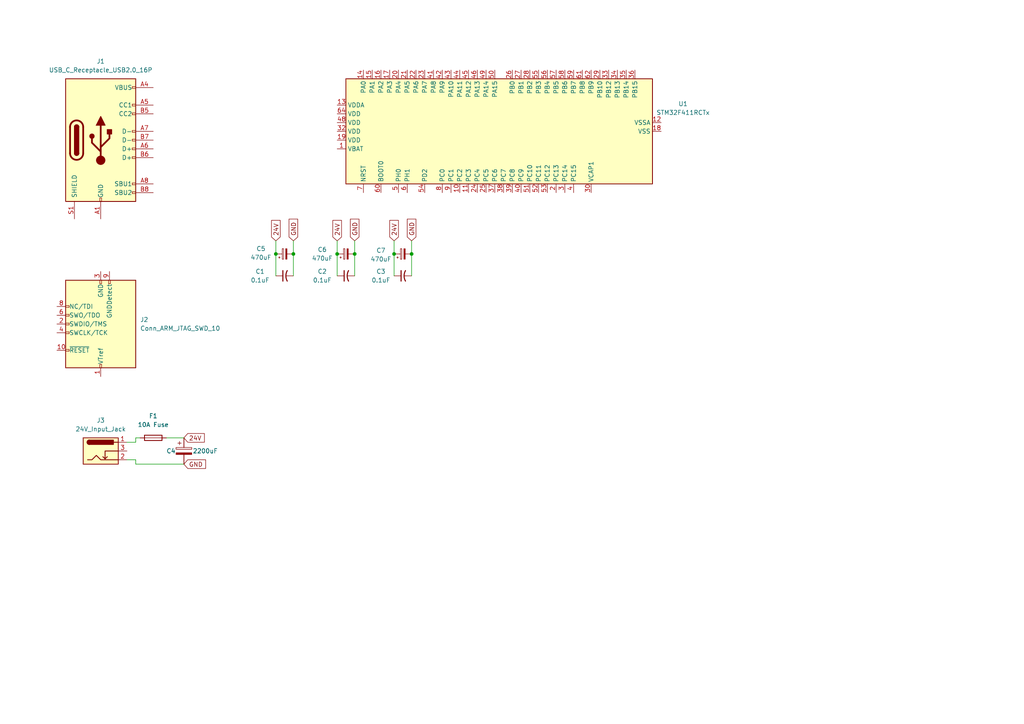
<source format=kicad_sch>
(kicad_sch (version 20250114) (generator "eeschema") (generator_version "9.0")
  (paper "A4")
  (lib_symbols
    (symbol "Connector:Barrel_Jack_Switch" (pin_names (hide yes))
      (property "Reference" "J" (at 0 5.334 0))
      (property "Value" "Barrel_Jack_Switch" (at 0 -5.08 0))
      (symbol "Barrel_Jack_Switch_0_1"
        (rectangle (start -5.08 3.81) (end 5.08 -3.81) (stroke (width 0.254)) (fill (type background)))
        (polyline (pts (xy -3.81 -2.54) (xy -2.54 -2.54) (xy -1.27 -1.27) (xy 0 -2.54) (xy 2.54 -2.54) (xy 5.08 -2.54)) (stroke (width 0.254)))
        (arc (start -3.302 1.905) (mid -3.9343 2.54) (end -3.302 3.175) (stroke (width 0.254)))
        (arc (start -3.302 1.905) (mid -3.9343 2.54) (end -3.302 3.175) (stroke (width 0.254)) (fill (type outline)))
        (polyline (pts (xy 1.27 -2.286) (xy 1.905 -1.651)) (stroke (width 0.254)))
        (rectangle (start 3.683 3.175) (end -3.302 1.905) (stroke (width 0.254)) (fill (type outline)))
        (polyline (pts (xy 5.08 2.54) (xy 3.81 2.54)) (stroke (width 0.254)))
        (polyline (pts (xy 5.08 0) (xy 1.27 0) (xy 1.27 -2.286) (xy 0.635 -1.651)) (stroke (width 0.254)))
      )
      (symbol "Barrel_Jack_Switch_1_1"
        (pin passive line (at 7.62 2.54 180) (length 2.54) (name "~") (number "1"))
        (pin passive line (at 7.62 0 180) (length 2.54) (name "~") (number "3"))
        (pin passive line (at 7.62 -2.54 180) (length 2.54) (name "~") (number "2"))
      )
    )
    (symbol "Connector:Conn_ARM_JTAG_SWD_10" (pin_names (offset 1.016))
      (property "Reference" "J" (at -2.54 16.51 0))
      (property "Value" "Conn_ARM_JTAG_SWD_10" (at -2.54 13.97 0))
      (symbol "Conn_ARM_JTAG_SWD_10_0_1"
        (rectangle (start -10.16 12.7) (end 10.16 -12.7) (stroke (width 0.254)) (fill (type background)))
        (rectangle (start -2.794 -12.7) (end -2.286 -11.684))
        (rectangle (start -0.254 12.7) (end 0.254 11.684))
        (rectangle (start -0.254 -12.7) (end 0.254 -11.684))
        (rectangle (start 9.144 2.286) (end 10.16 2.794))
        (rectangle (start 10.16 7.874) (end 9.144 7.366))
        (rectangle (start 10.16 -0.254) (end 9.144 0.254))
        (rectangle (start 10.16 -2.794) (end 9.144 -2.286))
      )
      (symbol "Conn_ARM_JTAG_SWD_10_1_1"
        (rectangle (start 9.144 -5.334) (end 10.16 -4.826))
        (pin no_connect line (at -10.16 0 0) (length 2.54) (hide yes) (name "KEY") (number "7"))
        (pin passive line (at -2.54 -15.24 90) (length 2.54) (name "GNDDetect") (number "9"))
        (pin power_in line (at 0 15.24 270) (length 2.54) (name "VTref") (number "1"))
        (pin power_in line (at 0 -15.24 90) (length 2.54) (name "GND") (number "3"))
        (pin passive line (at 0 -15.24 90) (length 2.54) (hide yes) (name "GND") (number "5"))
        (pin open_collector line (at 12.7 7.62 180) (length 2.54) (name "~{RESET}") (number "10"))
        (pin output line (at 12.7 2.54 180) (length 2.54) (name "SWCLK/TCK") (number "4"))
        (pin bidirectional line (at 12.7 0 180) (length 2.54) (name "SWDIO/TMS") (number "2"))
        (pin input line (at 12.7 -2.54 180) (length 2.54) (name "SWO/TDO") (number "6"))
        (pin output line (at 12.7 -5.08 180) (length 2.54) (name "NC/TDI") (number "8"))
      )
    )
    (symbol "Connector:USB_C_Receptacle_USB2.0_16P" (pin_names (offset 1.016))
      (property "Reference" "J" (at 0 22.225 0))
      (property "Value" "USB_C_Receptacle_USB2.0_16P" (at 0 19.685 0))
      (symbol "USB_C_Receptacle_USB2.0_16P_0_0"
        (rectangle (start -0.254 -17.78) (end 0.254 -16.764))
        (rectangle (start 10.16 15.494) (end 9.144 14.986))
        (rectangle (start 10.16 10.414) (end 9.144 9.906))
        (rectangle (start 10.16 7.874) (end 9.144 7.366))
        (rectangle (start 10.16 2.794) (end 9.144 2.286))
        (rectangle (start 10.16 0.254) (end 9.144 -0.254))
        (rectangle (start 10.16 -2.286) (end 9.144 -2.794))
        (rectangle (start 10.16 -4.826) (end 9.144 -5.334))
        (rectangle (start 10.16 -12.446) (end 9.144 -12.954))
        (rectangle (start 10.16 -14.986) (end 9.144 -15.494))
      )
      (symbol "USB_C_Receptacle_USB2.0_16P_0_1"
        (rectangle (start -10.16 17.78) (end 10.16 -17.78) (stroke (width 0.254)) (fill (type background)))
        (polyline (pts (xy -8.89 -3.81) (xy -8.89 3.81)) (stroke (width 0.508)))
        (rectangle (start -7.62 -3.81) (end -6.35 3.81) (stroke (width 0.254)) (fill (type outline)))
        (arc (start -7.62 3.81) (mid -6.985 4.4423) (end -6.35 3.81) (stroke (width 0.254)))
        (arc (start -7.62 3.81) (mid -6.985 4.4423) (end -6.35 3.81) (stroke (width 0.254)) (fill (type outline)))
        (arc (start -8.89 3.81) (mid -6.985 5.7067) (end -5.08 3.81) (stroke (width 0.508)))
        (arc (start -5.08 -3.81) (mid -6.985 -5.7067) (end -8.89 -3.81) (stroke (width 0.508)))
        (arc (start -6.35 -3.81) (mid -6.985 -4.4423) (end -7.62 -3.81) (stroke (width 0.254)))
        (arc (start -6.35 -3.81) (mid -6.985 -4.4423) (end -7.62 -3.81) (stroke (width 0.254)) (fill (type outline)))
        (polyline (pts (xy -5.08 3.81) (xy -5.08 -3.81)) (stroke (width 0.508)))
        (circle (center -2.54 1.143) (radius 0.635) (stroke (width 0.254)) (fill (type outline)))
        (polyline (pts (xy -1.27 4.318) (xy 0 6.858) (xy 1.27 4.318) (xy -1.27 4.318)) (stroke (width 0.254)) (fill (type outline)))
        (polyline (pts (xy 0 -2.032) (xy 2.54 0.508) (xy 2.54 1.778)) (stroke (width 0.508)))
        (polyline (pts (xy 0 -3.302) (xy -2.54 -0.762) (xy -2.54 0.508)) (stroke (width 0.508)))
        (polyline (pts (xy 0 -5.842) (xy 0 4.318)) (stroke (width 0.508)))
        (circle (center 0 -5.842) (radius 1.27) (fill (type outline)))
        (rectangle (start 1.905 1.778) (end 3.175 3.048) (stroke (width 0.254)) (fill (type outline)))
      )
      (symbol "USB_C_Receptacle_USB2.0_16P_1_1"
        (pin passive line (at -7.62 -22.86 90) (length 5.08) (name "SHIELD") (number "S1"))
        (pin passive line (at 0 -22.86 90) (length 5.08) (name "GND") (number "A1"))
        (pin passive line (at 0 -22.86 90) (length 5.08) (hide yes) (name "GND") (number "A12"))
        (pin passive line (at 0 -22.86 90) (length 5.08) (hide yes) (name "GND") (number "B1"))
        (pin passive line (at 0 -22.86 90) (length 5.08) (hide yes) (name "GND") (number "B12"))
        (pin passive line (at 15.24 15.24 180) (length 5.08) (name "VBUS") (number "A4"))
        (pin passive line (at 15.24 15.24 180) (length 5.08) (hide yes) (name "VBUS") (number "A9"))
        (pin passive line (at 15.24 15.24 180) (length 5.08) (hide yes) (name "VBUS") (number "B4"))
        (pin passive line (at 15.24 15.24 180) (length 5.08) (hide yes) (name "VBUS") (number "B9"))
        (pin bidirectional line (at 15.24 10.16 180) (length 5.08) (name "CC1") (number "A5"))
        (pin bidirectional line (at 15.24 7.62 180) (length 5.08) (name "CC2") (number "B5"))
        (pin bidirectional line (at 15.24 2.54 180) (length 5.08) (name "D-") (number "A7"))
        (pin bidirectional line (at 15.24 0 180) (length 5.08) (name "D-") (number "B7"))
        (pin bidirectional line (at 15.24 -2.54 180) (length 5.08) (name "D+") (number "A6"))
        (pin bidirectional line (at 15.24 -5.08 180) (length 5.08) (name "D+") (number "B6"))
        (pin bidirectional line (at 15.24 -12.7 180) (length 5.08) (name "SBU1") (number "A8"))
        (pin bidirectional line (at 15.24 -15.24 180) (length 5.08) (name "SBU2") (number "B8"))
      )
    )
    (symbol "Device:C_Polarized" (pin_numbers (hide yes)) (pin_names (offset 0.254))
      (property "Reference" "C" (at 0.635 2.54 0))
      (property "Value" "C_Polarized" (at 0.635 -2.54 0))
      (symbol "C_Polarized_0_1"
        (rectangle (start -2.286 0.508) (end 2.286 1.016))
        (polyline (pts (xy -1.778 2.286) (xy -0.762 2.286)))
        (polyline (pts (xy -1.27 2.794) (xy -1.27 1.778)))
        (rectangle (start 2.286 -0.508) (end -2.286 -1.016) (fill (type outline)))
      )
      (symbol "C_Polarized_1_1"
        (pin passive line (at 0 3.81 270) (length 2.794) (name "~") (number "1"))
        (pin passive line (at 0 -3.81 90) (length 2.794) (name "~") (number "2"))
      )
    )
    (symbol "Device:C_Polarized_Small" (pin_numbers (hide yes)) (pin_names (offset 0.254) (hide yes))
      (property "Reference" "C" (at 0.254 1.778 0))
      (property "Value" "C_Polarized_Small" (at 0.254 -2.032 0))
      (symbol "C_Polarized_Small_0_1"
        (rectangle (start -1.524 0.6858) (end 1.524 0.3048))
        (rectangle (start -1.524 -0.3048) (end 1.524 -0.6858) (fill (type outline)))
        (polyline (pts (xy -1.27 1.524) (xy -0.762 1.524)))
        (polyline (pts (xy -1.016 1.27) (xy -1.016 1.778)))
      )
      (symbol "C_Polarized_Small_1_1"
        (pin passive line (at 0 2.54 270) (length 1.8542) (name "~") (number "1"))
        (pin passive line (at 0 -2.54 90) (length 1.8542) (name "~") (number "2"))
      )
    )
    (symbol "Device:C_Small_US" (pin_numbers (hide yes)) (pin_names (offset 0.254) (hide yes))
      (property "Reference" "C" (at 0.254 1.778 0))
      (property "Value" "C_Small_US" (at 0.254 -2.032 0))
      (symbol "C_Small_US_0_1"
        (polyline (pts (xy -1.524 0.508) (xy 1.524 0.508)) (stroke (width 0.3048)))
        (arc (start -1.524 -0.762) (mid 0 -0.3734) (end 1.524 -0.762) (stroke (width 0.3048)))
      )
      (symbol "C_Small_US_1_1"
        (pin passive line (at 0 2.54 270) (length 2.032) (name "~") (number "1"))
        (pin passive line (at 0 -2.54 90) (length 2.032) (name "~") (number "2"))
      )
    )
    (symbol "Device:Fuse" (pin_numbers (hide yes)) (pin_names (offset 0))
      (property "Reference" "F" (at 2.032 0 90))
      (property "Value" "Fuse" (at -1.905 0 90))
      (symbol "Fuse_0_1"
        (rectangle (start -0.762 -2.54) (end 0.762 2.54) (stroke (width 0.254)))
        (polyline (pts (xy 0 2.54) (xy 0 -2.54)))
      )
      (symbol "Fuse_1_1"
        (pin passive line (at 0 3.81 270) (length 1.27) (name "~") (number "1"))
        (pin passive line (at 0 -3.81 90) (length 1.27) (name "~") (number "2"))
      )
    )
    (symbol "MCU_ST_STM32F4:STM32F411RCTx"
      (property "Reference" "U" (at -15.24 46.99 0))
      (property "Value" "STM32F411RCTx" (at 10.16 46.99 0))
      (symbol "STM32F411RCTx_0_1"
        (rectangle (start -15.24 -43.18) (end 15.24 45.72) (stroke (width 0.254)) (fill (type background)))
      )
      (symbol "STM32F411RCTx_1_1"
        (pin input line (at -17.78 40.64 0) (length 2.54) (name "NRST") (number "7"))
        (pin input line (at -17.78 35.56 0) (length 2.54) (name "BOOT0") (number "60"))
        (pin bidirectional line (at -17.78 30.48 0) (length 2.54) (name "PH0") (number "5"))
        (pin bidirectional line (at -17.78 27.94 0) (length 2.54) (name "PH1") (number "6"))
        (pin bidirectional line (at -17.78 22.86 0) (length 2.54) (name "PD2") (number "54"))
        (pin bidirectional line (at -17.78 17.78 0) (length 2.54) (name "PC0") (number "8"))
        (pin bidirectional line (at -17.78 15.24 0) (length 2.54) (name "PC1") (number "9"))
        (pin bidirectional line (at -17.78 12.7 0) (length 2.54) (name "PC2") (number "10"))
        (pin bidirectional line (at -17.78 10.16 0) (length 2.54) (name "PC3") (number "11"))
        (pin bidirectional line (at -17.78 7.62 0) (length 2.54) (name "PC4") (number "24"))
        (pin bidirectional line (at -17.78 5.08 0) (length 2.54) (name "PC5") (number "25"))
        (pin bidirectional line (at -17.78 2.54 0) (length 2.54) (name "PC6") (number "37"))
        (pin bidirectional line (at -17.78 0 0) (length 2.54) (name "PC7") (number "38"))
        (pin bidirectional line (at -17.78 -2.54 0) (length 2.54) (name "PC8") (number "39"))
        (pin bidirectional line (at -17.78 -5.08 0) (length 2.54) (name "PC9") (number "40"))
        (pin bidirectional line (at -17.78 -7.62 0) (length 2.54) (name "PC10") (number "51"))
        (pin bidirectional line (at -17.78 -10.16 0) (length 2.54) (name "PC11") (number "52"))
        (pin bidirectional line (at -17.78 -12.7 0) (length 2.54) (name "PC12") (number "53"))
        (pin bidirectional line (at -17.78 -15.24 0) (length 2.54) (name "PC13") (number "2"))
        (pin bidirectional line (at -17.78 -17.78 0) (length 2.54) (name "PC14") (number "3"))
        (pin bidirectional line (at -17.78 -20.32 0) (length 2.54) (name "PC15") (number "4"))
        (pin power_out line (at -17.78 -25.4 0) (length 2.54) (name "VCAP1") (number "30"))
        (pin power_in line (at -5.08 48.26 270) (length 2.54) (name "VBAT") (number "1"))
        (pin power_in line (at -2.54 48.26 270) (length 2.54) (name "VDD") (number "19"))
        (pin power_in line (at 0 48.26 270) (length 2.54) (name "VDD") (number "32"))
        (pin power_in line (at 0 -45.72 90) (length 2.54) (name "VSS") (number "18"))
        (pin passive line (at 0 -45.72 90) (length 2.54) (hide yes) (name "VSS") (number "31"))
        (pin passive line (at 0 -45.72 90) (length 2.54) (hide yes) (name "VSS") (number "47"))
        (pin passive line (at 0 -45.72 90) (length 2.54) (hide yes) (name "VSS") (number "63"))
        (pin power_in line (at 2.54 48.26 270) (length 2.54) (name "VDD") (number "48"))
        (pin power_in line (at 2.54 -45.72 90) (length 2.54) (name "VSSA") (number "12"))
        (pin power_in line (at 5.08 48.26 270) (length 2.54) (name "VDD") (number "64"))
        (pin power_in line (at 7.62 48.26 270) (length 2.54) (name "VDDA") (number "13"))
        (pin bidirectional line (at 17.78 40.64 180) (length 2.54) (name "PA0") (number "14"))
        (pin bidirectional line (at 17.78 38.1 180) (length 2.54) (name "PA1") (number "15"))
        (pin bidirectional line (at 17.78 35.56 180) (length 2.54) (name "PA2") (number "16"))
        (pin bidirectional line (at 17.78 33.02 180) (length 2.54) (name "PA3") (number "17"))
        (pin bidirectional line (at 17.78 30.48 180) (length 2.54) (name "PA4") (number "20"))
        (pin bidirectional line (at 17.78 27.94 180) (length 2.54) (name "PA5") (number "21"))
        (pin bidirectional line (at 17.78 25.4 180) (length 2.54) (name "PA6") (number "22"))
        (pin bidirectional line (at 17.78 22.86 180) (length 2.54) (name "PA7") (number "23"))
        (pin bidirectional line (at 17.78 20.32 180) (length 2.54) (name "PA8") (number "41"))
        (pin bidirectional line (at 17.78 17.78 180) (length 2.54) (name "PA9") (number "42"))
        (pin bidirectional line (at 17.78 15.24 180) (length 2.54) (name "PA10") (number "43"))
        (pin bidirectional line (at 17.78 12.7 180) (length 2.54) (name "PA11") (number "44"))
        (pin bidirectional line (at 17.78 10.16 180) (length 2.54) (name "PA12") (number "45"))
        (pin bidirectional line (at 17.78 7.62 180) (length 2.54) (name "PA13") (number "46"))
        (pin bidirectional line (at 17.78 5.08 180) (length 2.54) (name "PA14") (number "49"))
        (pin bidirectional line (at 17.78 2.54 180) (length 2.54) (name "PA15") (number "50"))
        (pin bidirectional line (at 17.78 -2.54 180) (length 2.54) (name "PB0") (number "26"))
        (pin bidirectional line (at 17.78 -5.08 180) (length 2.54) (name "PB1") (number "27"))
        (pin bidirectional line (at 17.78 -7.62 180) (length 2.54) (name "PB2") (number "28"))
        (pin bidirectional line (at 17.78 -10.16 180) (length 2.54) (name "PB3") (number "55"))
        (pin bidirectional line (at 17.78 -12.7 180) (length 2.54) (name "PB4") (number "56"))
        (pin bidirectional line (at 17.78 -15.24 180) (length 2.54) (name "PB5") (number "57"))
        (pin bidirectional line (at 17.78 -17.78 180) (length 2.54) (name "PB6") (number "58"))
        (pin bidirectional line (at 17.78 -20.32 180) (length 2.54) (name "PB7") (number "59"))
        (pin bidirectional line (at 17.78 -22.86 180) (length 2.54) (name "PB8") (number "61"))
        (pin bidirectional line (at 17.78 -25.4 180) (length 2.54) (name "PB9") (number "62"))
        (pin bidirectional line (at 17.78 -27.94 180) (length 2.54) (name "PB10") (number "29"))
        (pin bidirectional line (at 17.78 -30.48 180) (length 2.54) (name "PB12") (number "33"))
        (pin bidirectional line (at 17.78 -33.02 180) (length 2.54) (name "PB13") (number "34"))
        (pin bidirectional line (at 17.78 -35.56 180) (length 2.54) (name "PB14") (number "35"))
        (pin bidirectional line (at 17.78 -38.1 180) (length 2.54) (name "PB15") (number "36"))
      )
    )
  )
  (junction (at 119.38 73.66))
  (junction (at 97.79 73.66))
  (junction (at 80.01 73.66))
  (junction (at 114.3 73.66))
  (junction (at 85.09 73.66))
  (junction (at 102.87 73.66))
  (wire (pts (xy 39.37 134.62) (xy 53.34 134.62)))
  (wire (pts (xy 80.01 73.66) (xy 80.01 80.01)))
  (wire (pts (xy 36.83 133.35) (xy 39.37 133.35)))
  (wire (pts (xy 119.38 73.66) (xy 119.38 80.01)))
  (wire (pts (xy 39.37 133.35) (xy 39.37 134.62)))
  (wire (pts (xy 102.87 69.85) (xy 102.87 73.66)))
  (wire (pts (xy 85.09 73.66) (xy 85.09 80.01)))
  (wire (pts (xy 39.37 128.27) (xy 39.37 127)))
  (wire (pts (xy 119.38 69.85) (xy 119.38 73.66)))
  (wire (pts (xy 114.3 73.66) (xy 114.3 80.01)))
  (wire (pts (xy 48.26 127) (xy 53.34 127)))
  (wire (pts (xy 97.79 69.85) (xy 97.79 73.66)))
  (wire (pts (xy 85.09 69.85) (xy 85.09 73.66)))
  (wire (pts (xy 114.3 69.85) (xy 114.3 73.66)))
  (wire (pts (xy 36.83 128.27) (xy 39.37 128.27)))
  (wire (pts (xy 80.01 69.85) (xy 80.01 73.66)))
  (wire (pts (xy 97.79 73.66) (xy 97.79 80.01)))
  (wire (pts (xy 39.37 127) (xy 40.64 127)))
  (wire (pts (xy 102.87 73.66) (xy 102.87 80.01)))
  (global_label "GND" (shape input) (at 119.38 69.85 90) (property "Intersheetrefs" "${INTERSHEET_REFS}" (effects (hide yes))))
  (global_label "GND" (shape input) (at 53.34 134.62 0) (property "Intersheetrefs" "${INTERSHEET_REFS}" (effects (hide yes))))
  (global_label "24V" (shape input) (at 114.3 69.85 90) (property "Intersheetrefs" "${INTERSHEET_REFS}" (effects (hide yes))))
  (global_label "GND" (shape input) (at 102.87 69.85 90) (property "Intersheetrefs" "${INTERSHEET_REFS}" (effects (hide yes))))
  (global_label "GND" (shape input) (at 85.09 69.85 90) (property "Intersheetrefs" "${INTERSHEET_REFS}" (effects (hide yes))))
  (global_label "24V" (shape input) (at 80.01 69.85 90) (property "Intersheetrefs" "${INTERSHEET_REFS}" (effects (hide yes))))
  (global_label "24V" (shape input) (at 97.79 69.85 90) (property "Intersheetrefs" "${INTERSHEET_REFS}" (effects (hide yes))))
  (global_label "24V" (shape input) (at 53.34 127 0) (property "Intersheetrefs" "${INTERSHEET_REFS}" (effects (hide yes))))
  (symbol (lib_id "Device:C_Polarized_Small") (at 82.55 73.66 90) (unit 1)
    (property "Reference" "C5" (at 75.692 72.136 90))
    (property "Value" "470uF" (at 75.692 74.676 90))
    (property "Footprint" "Capacitor_THT:CP_Radial_D8.0mm_P3.80mm" (effects (hide yes)))
    (property "Description" "Polarized capacitor, small symbol" (effects (hide yes)))
  )
  (symbol (lib_id "MCU_ST_STM32F4:STM32F411RCTx") (at 146.05 38.1 90) (unit 1)
    (property "Reference" "U1" (at 198.12 30.1146 90))
    (property "Value" "STM32F411RCTx" (at 198.12 32.6546 90))
    (property "Footprint" "Package_QFP:LQFP-64_10x10mm_P0.5mm" (effects (hide yes)))
    (property "Datasheet" "https://www.st.com/resource/en/datasheet/stm32f411rc.pdf" (effects (hide yes)))
    (property "Description" "STMicroelectronics Arm Cortex-M4 MCU, 256KB flash, 128KB RAM, 100 MHz, 1.7-3.6V, 50 GPIO, LQFP64" (effects (hide yes)))
  )
  (symbol (lib_id "Device:C_Polarized") (at 53.34 130.81 0) (unit 1)
    (property "Reference" "C4" (at 48.26 130.81 0) (effects (justify left)))
    (property "Value" "2200uF" (at 55.88 130.81 0) (effects (justify left)))
    (property "Footprint" "Capacitor_THT:CP_Radial_D13.0mm_P7.50mm" (effects (hide yes)))
    (property "Description" "Polarized capacitor" (effects (hide yes)))
  )
  (symbol (lib_id "Connector:Conn_ARM_JTAG_SWD_10") (at 29.21 93.98 180) (unit 1)
    (property "Reference" "J2" (at 40.64 92.7099 0) (effects (justify right)))
    (property "Value" "Conn_ARM_JTAG_SWD_10" (at 40.64 95.2499 0) (effects (justify right)))
    (property "Footprint" "Connector_PinHeader_1.27mm:PinHeader_2x05_P1.27mm_Horizontal" (effects (hide yes)))
    (property "Datasheet" "http://infocenter.arm.com/help/topic/com.arm.doc.ddi0314h/DDI0314H_coresight_components_trm.pdf" (effects (hide yes)))
    (property "Description" "Cortex Debug Connector, standard ARM Cortex-M SWD and JTAG interface" (effects (hide yes)))
  )
  (symbol (lib_id "Device:C_Small_US") (at 116.84 80.01 90) (unit 1)
    (property "Reference" "C3" (at 110.49 78.74 90))
    (property "Value" "0.1uF" (at 110.49 81.28 90))
    (property "Footprint" "Capacitor_THT:C_Rect_L7.0mm_W2.0mm_P5.00mm" (effects (hide yes)))
    (property "Description" "capacitor, small US symbol" (effects (hide yes)))
  )
  (symbol (lib_id "Device:C_Small_US") (at 82.55 80.01 90) (unit 1)
    (property "Reference" "C1" (at 75.438 78.74 90))
    (property "Value" "0.1uF" (at 75.438 81.28 90))
    (property "Footprint" "Capacitor_THT:C_Rect_L7.0mm_W2.0mm_P5.00mm" (effects (hide yes)))
    (property "Description" "capacitor, small US symbol" (effects (hide yes)))
  )
  (symbol (lib_id "Device:C_Polarized_Small") (at 116.84 73.66 90) (unit 1)
    (property "Reference" "C7" (at 110.49 72.644 90))
    (property "Value" "470uF" (at 110.49 75.184 90))
    (property "Footprint" "Capacitor_THT:CP_Radial_D8.0mm_P3.80mm" (effects (hide yes)))
    (property "Description" "Polarized capacitor, small symbol" (effects (hide yes)))
  )
  (symbol (lib_id "Connector:USB_C_Receptacle_USB2.0_16P") (at 29.21 40.64 0) (unit 1)
    (property "Reference" "J1" (at 29.21 17.78 0))
    (property "Value" "USB_C_Receptacle_USB2.0_16P" (at 29.21 20.32 0))
    (property "Footprint" "Connector_USB:USB_C_Receptacle_GCT_USB4085" (effects (hide yes)))
    (property "Datasheet" "https://www.usb.org/sites/default/files/documents/usb_type-c.zip" (effects (hide yes)))
    (property "Description" "USB 2.0-only 16P Type-C Receptacle connector" (effects (hide yes)))
  )
  (symbol (lib_id "Connector:Barrel_Jack_Switch") (at 29.21 130.81 0) (unit 1)
    (property "Reference" "J3" (at 29.21 121.92 0))
    (property "Value" "24V_Input_Jack" (at 29.21 124.46 0))
    (property "Footprint" "Custom_BarrelJack:BarrelJack_Tensility_54-00166" (effects (hide yes)))
    (property "Description" "DC Barrel Jack with an internal switch" (effects (hide yes)))
  )
  (symbol (lib_id "Device:C_Small_US") (at 100.33 80.01 90) (unit 1)
    (property "Reference" "C2" (at 93.472 78.74 90))
    (property "Value" "0.1uF" (at 93.472 81.28 90))
    (property "Footprint" "Capacitor_THT:C_Rect_L7.0mm_W2.0mm_P5.00mm" (effects (hide yes)))
    (property "Description" "capacitor, small US symbol" (effects (hide yes)))
  )
  (symbol (lib_id "Device:C_Polarized_Small") (at 100.33 73.66 90) (unit 1)
    (property "Reference" "C6" (at 93.472 72.39 90))
    (property "Value" "470uF" (at 93.472 74.93 90))
    (property "Footprint" "Capacitor_THT:CP_Radial_D8.0mm_P3.80mm" (effects (hide yes)))
    (property "Description" "Polarized capacitor, small symbol" (effects (hide yes)))
  )
  (symbol (lib_id "Device:Fuse") (at 44.45 127 90) (unit 1)
    (property "Reference" "F1" (at 44.45 120.65 90))
    (property "Value" "10A Fuse" (at 44.45 123.19 90))
    (property "Footprint" "Fuse:Fuse_Blade_ATO_directSolder" (effects (hide yes)))
    (property "Description" "Fuse" (effects (hide yes)))
  )
)
</source>
